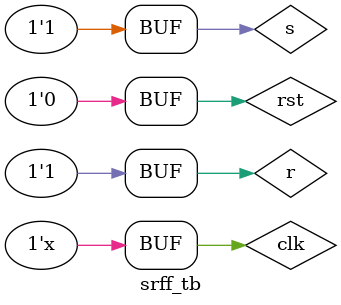
<source format=v>
module srff (
    input wire s,
    input wire r,
    input wire clk,
    input wire rst,
    output reg q
);
    always @(posedge clk) begin
        if(rst)
            q <= 0;
        else 
            if(s&r) 
                q <= 1'bx;
            else 
                q = s | (~r & q);
    end
endmodule

module  srff_tb();
    reg s,r,clk=0,rst;
    wire q;
    srff dut(s,r,clk,rst,q);
    always #5 clk=~clk;

    initial begin
        rst = 1; s=0; r=0; #10;
        rst = 1; s=1; r=0; #10;
        rst = 0; s=0; r=0; #10;
        rst = 0; s=0; r=1; #10;
        rst = 0; s=1; r=0; #10;
        rst = 0; s=1; r=1; #10;
        #10;
    end
endmodule
</source>
